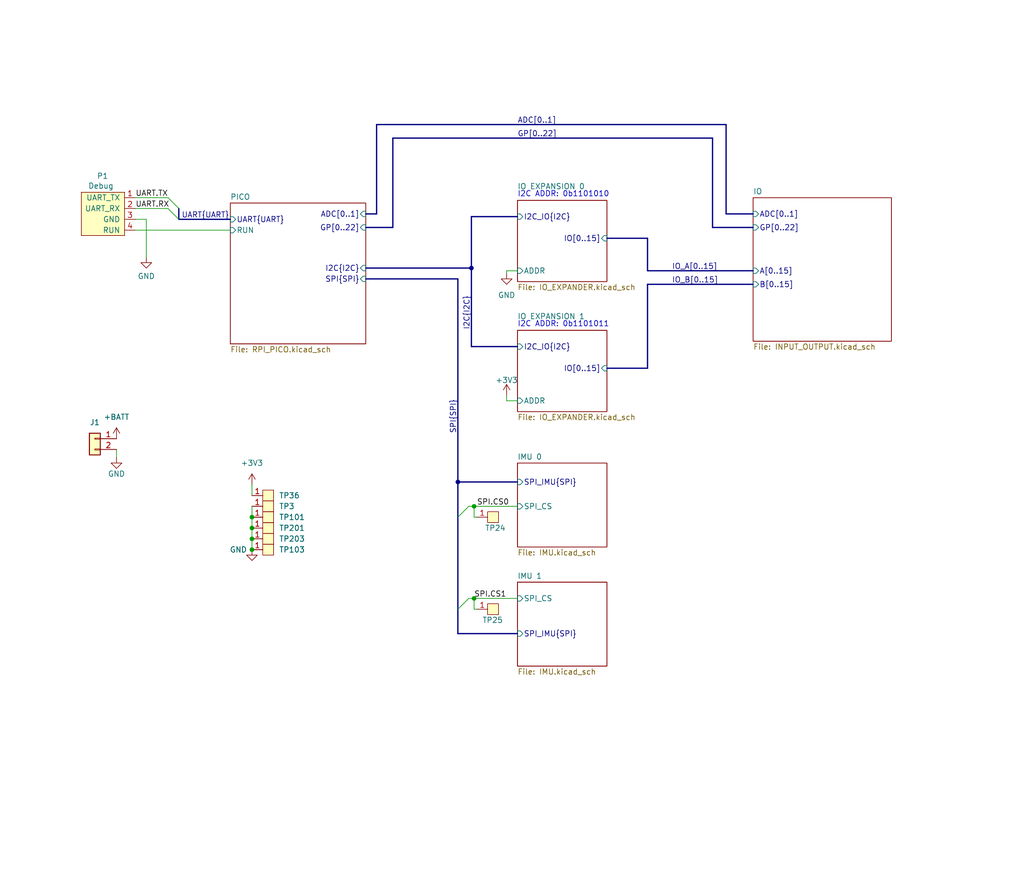
<source format=kicad_sch>
(kicad_sch (version 20211123) (generator eeschema)
  (paper "User" 240.005 204.013)
  (title_block (title "Alpakka") (date "2022-12-09") (rev "B") (company "Input Labs Oy."))
  (lib_symbols
    (symbol "Connector_Generic:Conn_01x02" (pin_names (offset 1.016) hide)
      (property "Reference" "J" (at 0 2.54 0))
      (property "Value" "Conn_01x02" (at 0 -5.08 0))
      (symbol "Conn_01x02_1_1"
        (rectangle (start -1.27 -2.413) (end 0 -2.667) (stroke (width 0.1524)))
        (rectangle (start -1.27 0.127) (end 0 -0.127) (stroke (width 0.1524)))
        (rectangle (start -1.27 1.27) (end 1.27 -3.81) (stroke (width 0.254)) (fill (type background)))
        (pin passive line (at -5.08 0 0) (length 3.81) (name "Pin_1") (number "1"))
        (pin passive line (at -5.08 -2.54 0) (length 3.81) (name "Pin_2") (number "2"))
      )
    )
    (symbol "ILO_sym:Debug" (pin_names (offset 1.016))
      (property "Reference" "P" (at 0 8.89 0))
      (property "Value" "Debug" (at 0 6.35 0))
      (symbol "Debug_0_1"
        (rectangle (start -5.08 5.08) (end 5.08 -5.08) (fill (type background)))
      )
      (symbol "Debug_1_1"
        (pin input line (at -7.62 3.81 0) (length 2.54) (name "UART_TX") (number "1"))
        (pin input line (at -7.62 1.27 0) (length 2.54) (name "UART_RX") (number "2"))
        (pin input line (at -7.62 -1.27 0) (length 2.54) (name "GND") (number "3"))
        (pin input line (at -7.62 -3.81 0) (length 2.54) (name "RUN") (number "4"))
      )
    )
    (symbol "ILO_sym:Endpoint" (pin_names (offset 1.016))
      (property "Reference" "U" (at 0 3.81 0))
      (property "Value" "Endpoint" (at 0 2.54 0))
      (symbol "Endpoint_0_1"
        (rectangle (start -1.27 1.27) (end 1.27 -1.27) (fill (type background)))
      )
      (symbol "Endpoint_1_1"
        (pin input line (at -3.81 0 0) (length 2.54) (name "~") (number "1"))
      )
    )
    (symbol "power:+3V3" (power) (pin_names (offset 0))
      (property "Value" "+3V3" (at 0 3.556 0))
      (symbol "+3V3_0_1"
        (polyline (pts (xy -0.762 1.27) (xy 0 2.54)))
        (polyline (pts (xy 0 0) (xy 0 2.54)))
        (polyline (pts (xy 0 2.54) (xy 0.762 1.27)))
      )
      (symbol "+3V3_1_1"
        (pin power_in line (at 0 0 90) (length 0) hide (name "+3V3") (number "1"))
      )
    )
    (symbol "power:+BATT" (power) (pin_names (offset 0))
      (property "Value" "+BATT" (at 0 3.556 0))
      (symbol "+BATT_0_1"
        (polyline (pts (xy -0.762 1.27) (xy 0 2.54)))
        (polyline (pts (xy 0 0) (xy 0 2.54)))
        (polyline (pts (xy 0 2.54) (xy 0.762 1.27)))
      )
      (symbol "+BATT_1_1"
        (pin power_in line (at 0 0 90) (length 0) hide (name "+BATT") (number "1"))
      )
    )
    (symbol "power:GND" (power) (pin_names (offset 0))
      (property "Value" "GND" (at 0 -3.81 0))
      (symbol "GND_0_1"
        (polyline (pts (xy 0 0) (xy 0 -1.27) (xy 1.27 -1.27) (xy 0 -2.54) (xy -1.27 -1.27) (xy 0 -1.27)))
      )
      (symbol "GND_1_1"
        (pin power_in line (at 0 0 270) (length 0) hide (name "GND") (number "1"))
      )
    )
  )
  (junction (at 59.055 128.905))
  (junction (at 59.055 126.365))
  (junction (at 111.125 118.745))
  (junction (at 59.055 123.825))
  (junction (at 110.49 62.865))
  (junction (at 111.125 140.335))
  (junction (at 107.315 113.03))
  (junction (at 59.055 121.285))
  (bus_entry (at 107.315 142.875) (size 2.54 -2.54))
  (bus_entry (at 109.855 118.745) (size -2.54 2.54))
  (bus_entry (at 39.37 48.895) (size 2.54 2.54))
  (bus_entry (at 39.37 46.355) (size 2.54 2.54))
  (wire (pts (xy 118.745 93.98) (xy 121.285 93.98)))
  (bus (pts (xy 107.315 113.03) (xy 107.315 65.405)))
  (bus (pts (xy 110.49 62.865) (xy 110.49 50.8)))
  (bus (pts (xy 151.765 63.5) (xy 176.53 63.5)))
  (bus (pts (xy 142.24 86.36) (xy 151.765 86.36)))
  (wire (pts (xy 31.75 48.895) (xy 39.37 48.895)))
  (bus (pts (xy 107.315 113.03) (xy 107.315 121.285)))
  (bus (pts (xy 167.005 53.34) (xy 176.53 53.34)))
  (bus (pts (xy 85.725 53.34) (xy 92.075 53.34)))
  (bus (pts (xy 170.18 50.165) (xy 170.18 29.21)))
  (wire (pts (xy 34.29 51.435) (xy 34.29 60.325)))
  (bus (pts (xy 107.315 113.03) (xy 121.285 113.03)))
  (bus (pts (xy 41.91 51.435) (xy 53.975 51.435)))
  (wire (pts (xy 121.285 63.5) (xy 118.745 63.5)))
  (bus (pts (xy 151.765 66.675) (xy 176.53 66.675)))
  (bus (pts (xy 121.285 148.59) (xy 107.315 148.59)))
  (wire (pts (xy 59.055 123.825) (xy 59.055 126.365)))
  (wire (pts (xy 59.055 121.285) (xy 59.055 123.825)))
  (bus (pts (xy 167.005 32.385) (xy 167.005 53.34)))
  (bus (pts (xy 110.49 81.28) (xy 121.285 81.28)))
  (bus (pts (xy 88.265 29.21) (xy 88.265 50.165)))
  (bus (pts (xy 92.075 53.34) (xy 92.075 32.385)))
  (bus (pts (xy 85.725 62.865) (xy 110.49 62.865)))
  (bus (pts (xy 92.075 32.385) (xy 167.005 32.385)))
  (wire (pts (xy 111.125 142.875) (xy 111.125 140.335)))
  (bus (pts (xy 110.49 50.8) (xy 121.285 50.8)))
  (wire (pts (xy 111.125 118.745) (xy 121.285 118.745)))
  (wire (pts (xy 59.055 118.745) (xy 59.055 121.285)))
  (bus (pts (xy 107.315 142.875) (xy 107.315 148.59)))
  (bus (pts (xy 107.315 121.285) (xy 107.315 142.875)))
  (wire (pts (xy 31.75 53.975) (xy 53.975 53.975)))
  (wire (pts (xy 59.055 113.665) (xy 59.055 116.205)))
  (wire (pts (xy 118.745 92.71) (xy 118.745 93.98)))
  (wire (pts (xy 111.125 140.335) (xy 121.285 140.335)))
  (wire (pts (xy 31.75 46.355) (xy 39.37 46.355)))
  (bus (pts (xy 85.725 50.165) (xy 88.265 50.165)))
  (bus (pts (xy 151.765 55.88) (xy 151.765 63.5)))
  (wire (pts (xy 111.125 121.285) (xy 111.125 118.745)))
  (bus (pts (xy 107.315 65.405) (xy 85.725 65.405)))
  (wire (pts (xy 59.055 128.905) (xy 59.055 126.365)))
  (bus (pts (xy 151.765 86.36) (xy 151.765 66.675)))
  (wire (pts (xy 109.855 118.745) (xy 111.125 118.745)))
  (bus (pts (xy 176.53 50.165) (xy 170.18 50.165)))
  (wire (pts (xy 31.75 51.435) (xy 34.29 51.435)))
  (wire (pts (xy 111.76 142.875) (xy 111.125 142.875)))
  (wire (pts (xy 111.76 121.285) (xy 111.125 121.285)))
  (bus (pts (xy 142.24 55.88) (xy 151.765 55.88)))
  (bus (pts (xy 110.49 62.865) (xy 110.49 81.28)))
  (wire (pts (xy 27.305 105.41) (xy 27.305 107.315)))
  (bus (pts (xy 41.91 48.895) (xy 41.91 51.435)))
  (wire (pts (xy 109.855 140.335) (xy 111.125 140.335)))
  (wire (pts (xy 118.745 63.5) (xy 118.745 64.135)))
  (bus (pts (xy 170.18 29.21) (xy 88.265 29.21)))
  (text "I2C ADDR: 0b1101011" (at 121.285 76.835 0) (effects (font (size 1.27 1.27)) (justify left bottom)))
  (text "I2C ADDR: 0b1101010" (at 121.285 46.355 0) (effects (font (size 1.27 1.27)) (justify left bottom)))
  (label "IO_A[0..15]" (at 157.48 63.5 0))
  (label "GP[0..22]" (at 121.285 32.385 0))
  (label "UART.TX" (at 31.75 46.355 0))
  (label "UART.RX" (at 31.75 48.895 0))
  (label "SPI.CS1" (at 111.125 140.335 0))
  (label "UART{UART}" (at 42.545 51.435 0))
  (label "SPI{SPI}" (at 107.315 101.6 90))
  (label "IO_B[0..15]" (at 157.48 66.675 0))
  (label "ADC[0..1]" (at 121.285 29.21 0))
  (label "SPI.CS0" (at 111.76 118.745 0))
  (label "I2C{I2C}" (at 110.49 69.215 270))
  (symbol (lib_id "ILO_sym:Endpoint") (at 115.57 142.875 0) (unit 1)
    (property "Reference" "TP25" (at 113.03 145.415 0) (effects (justify left)))
    (property "Value" "Endpoint" (effects hide))
    (property "Footprint" "ILO_fp:Pad_1mm" (effects hide))
    (property "Group" "Test point" (effects hide))
  )
  (symbol (lib_id "power:GND") (at 118.745 64.135 0) (unit 1)
    (property "Reference" "#PWR0105" (effects hide))
    (property "Value" "GND" (at 118.745 69.215 0))
  )
  (symbol (lib_id "ILO_sym:Endpoint") (at 62.865 128.905 0) (unit 1)
    (property "Reference" "TP103" (at 65.405 128.905 0) (effects (justify left)))
    (property "Value" "Endpoint" (effects hide))
    (property "Footprint" "ILO_fp:Pad_1mm" (effects hide))
    (property "Group" "Test point" (effects hide))
  )
  (symbol (lib_id "ILO_sym:Endpoint") (at 62.865 126.365 0) (unit 1)
    (property "Reference" "TP203" (at 65.405 126.365 0) (effects (justify left)))
    (property "Value" "Endpoint" (effects hide))
    (property "Footprint" "ILO_fp:Pad_1mm" (effects hide))
    (property "Group" "Test point" (effects hide))
  )
  (symbol (lib_id "ILO_sym:Endpoint") (at 62.865 118.745 0) (unit 1)
    (property "Reference" "TP3" (at 65.405 118.745 0) (effects (justify left)))
    (property "Value" "Endpoint" (effects hide))
    (property "Footprint" "ILO_fp:Pad_1mm" (effects hide))
    (property "Group" "Test point" (effects hide))
  )
  (symbol (lib_id "power:GND") (at 27.305 107.315 0) (unit 1)
    (property "Reference" "#PWR0137" (effects hide))
    (property "Value" "GND" (at 27.305 111.125 0))
  )
  (symbol (lib_id "ILO_sym:Endpoint") (at 62.865 123.825 0) (unit 1)
    (property "Reference" "TP201" (at 65.405 123.825 0) (effects (justify left)))
    (property "Value" "Endpoint" (effects hide))
    (property "Footprint" "ILO_fp:Pad_1mm" (effects hide))
    (property "Group" "Test point" (effects hide))
  )
  (symbol (lib_id "power:GND") (at 34.29 60.325 0) (unit 1)
    (property "Reference" "#PWR0102" (effects hide))
    (property "Value" "GND" (at 34.29 64.77 0))
  )
  (symbol (lib_id "ILO_sym:Debug") (at 24.13 50.165 0) (mirror y) (unit 1)
    (property "Reference" "P1" (at 25.4 41.275 0) (effects (justify left)))
    (property "Value" "Debug" (at 26.67 43.5864 0) (effects (justify left)))
    (property "Footprint" "ILO_fp:Boomele_C50137" (effects hide))
    (property "LCSC" "C50137" (effects hide))
    (property "Group" "Debug" (effects hide))
  )
  (symbol (lib_id "ILO_sym:Endpoint") (at 115.57 121.285 0) (unit 1)
    (property "Reference" "TP24" (at 113.665 123.825 0) (effects (justify left)))
    (property "Value" "Endpoint" (effects hide))
    (property "Footprint" "ILO_fp:Pad_1mm" (effects hide))
    (property "Group" "Test point" (effects hide))
  )
  (symbol (lib_id "Connector_Generic:Conn_01x02") (at 22.225 102.87 0) (mirror y) (unit 1)
    (property "Reference" "J1" (at 22.225 99.06 0))
    (property "Value" "Conn_01x02" (effects hide))
  )
  (symbol (lib_id "power:+3V3") (at 59.055 113.665 0) (unit 1)
    (property "Reference" "#PWR0103" (effects hide))
    (property "Value" "+3V3" (at 59.055 108.585 0))
  )
  (symbol (lib_id "ILO_sym:Endpoint") (at 62.865 121.285 0) (unit 1)
    (property "Reference" "TP101" (at 65.405 121.285 0) (effects (justify left)))
    (property "Value" "Endpoint" (effects hide))
    (property "Footprint" "ILO_fp:Pad_1mm" (effects hide))
    (property "Group" "Test point" (effects hide))
  )
  (symbol (lib_id "power:GND") (at 59.055 128.905 0) (unit 1)
    (property "Reference" "#PWR0104" (effects hide))
    (property "Value" "GND" (at 55.88 128.905 0))
  )
  (symbol (lib_id "power:+3V3") (at 118.745 92.71 0) (unit 1)
    (property "Reference" "#PWR0101" (effects hide))
    (property "Value" "+3V3" (at 118.745 89.154 0))
  )
  (symbol (lib_id "ILO_sym:Endpoint") (at 62.865 116.205 0) (unit 1)
    (property "Reference" "TP36" (at 65.405 116.205 0) (effects (justify left)))
    (property "Value" "Endpoint" (effects hide))
    (property "Footprint" "ILO_fp:Pad_1mm" (effects hide))
    (property "Group" "Test point" (effects hide))
  )
  (symbol (lib_id "power:+BATT") (at 27.305 102.87 0) (unit 1)
    (property "Reference" "#PWR0136" (effects hide))
    (property "Value" "+BATT" (at 27.305 97.79 0))
  )
  (sheet (at 121.285 108.585) (size 20.955 19.685) (stroke (width 0.1524))
    (property "Sheet name" "IMU 0" (at 121.285 107.8734 0) (effects (justify left bottom)))
    (property "Sheet file" "IMU.kicad_sch" (at 121.285 128.8546 0) (effects (justify left top)))
    (pin "SPI_IMU{SPI}" input (at 121.285 113.03 180))
    (pin "SPI_CS" input (at 121.285 118.745 180))
  )
  (sheet (at 121.285 46.99) (size 20.955 19.05) (stroke (width 0.1524))
    (property "Sheet name" "IO EXPANSION 0" (at 121.285 44.45 0) (effects (justify left bottom)))
    (property "Sheet file" "IO_EXPANDER.kicad_sch" (at 121.285 66.6246 0) (effects (justify left top)))
    (pin "I2C_IO{I2C}" input (at 121.285 50.8 180))
    (pin "ADDR" input (at 121.285 63.5 180))
    (pin "IO[0..15]" input (at 142.24 55.88 0))
  )
  (sheet (at 121.285 77.47) (size 20.955 19.05) (stroke (width 0.1524))
    (property "Sheet name" "IO EXPANSION 1" (at 121.285 74.93 0) (effects (justify left bottom)))
    (property "Sheet file" "IO_EXPANDER.kicad_sch" (at 121.285 97.1046 0) (effects (justify left top)))
    (pin "I2C_IO{I2C}" input (at 121.285 81.28 180))
    (pin "ADDR" input (at 121.285 93.98 180))
    (pin "IO[0..15]" input (at 142.24 86.36 0))
  )
  (sheet (at 53.975 47.625) (size 31.75 33.02) (stroke (width 0.1524))
    (property "Sheet name" "PICO" (at 53.975 46.9134 0) (effects (justify left bottom)))
    (property "Sheet file" "RPI_PICO.kicad_sch" (at 53.975 81.2296 0) (effects (justify left top)))
    (pin "I2C{I2C}" input (at 85.725 62.865 0))
    (pin "UART{UART}" input (at 53.975 51.435 180))
    (pin "GP[0..22]" input (at 85.725 53.34 0))
    (pin "SPI{SPI}" input (at 85.725 65.405 0))
    (pin "RUN" input (at 53.975 53.975 180))
    (pin "ADC[0..1]" input (at 85.725 50.165 0))
  )
  (sheet (at 176.53 46.355) (size 32.385 33.655) (stroke (width 0.1524))
    (property "Sheet name" "IO" (at 176.53 45.6434 0) (effects (justify left bottom)))
    (property "Sheet file" "INPUT_OUTPUT.kicad_sch" (at 176.53 80.5946 0) (effects (justify left top)))
    (pin "B[0..15]" input (at 176.53 66.675 180))
    (pin "ADC[0..1]" input (at 176.53 50.165 180))
    (pin "A[0..15]" input (at 176.53 63.5 180))
    (pin "GP[0..22]" input (at 176.53 53.34 180))
  )
  (sheet (at 121.285 136.525) (size 20.955 19.685) (stroke (width 0.1524))
    (property "Sheet name" "IMU 1" (at 121.285 135.8134 0) (effects (justify left bottom)))
    (property "Sheet file" "IMU.kicad_sch" (at 121.285 156.7946 0) (effects (justify left top)))
    (pin "SPI_IMU{SPI}" input (at 121.285 148.59 180))
    (pin "SPI_CS" input (at 121.285 140.335 180))
  )
)
</source>
